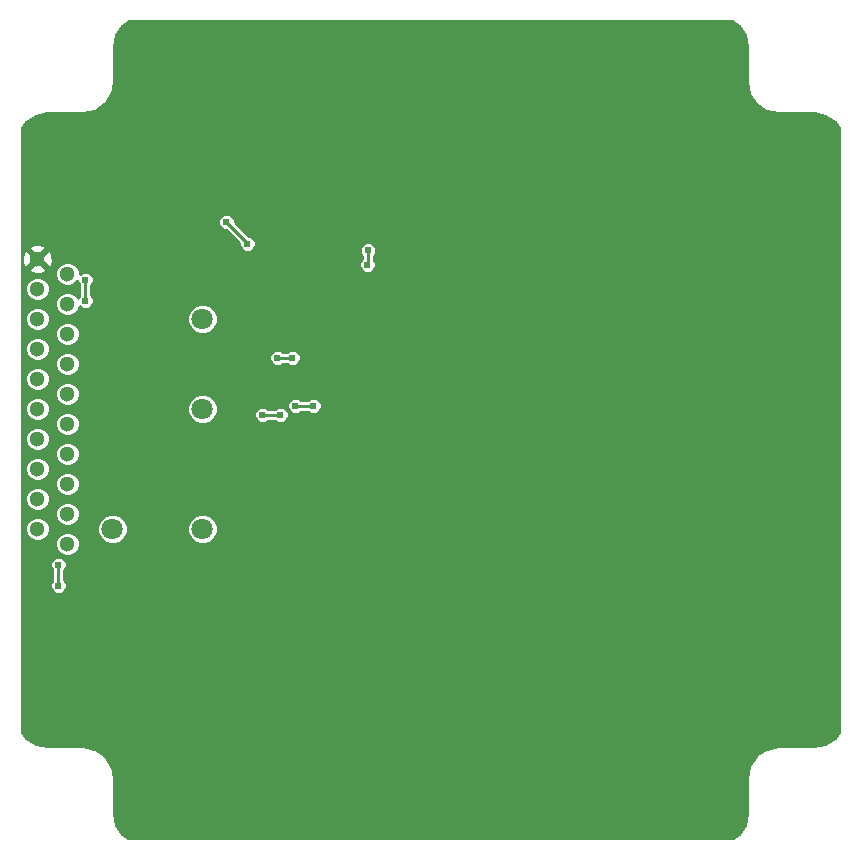
<source format=gbr>
G04 #@! TF.FileFunction,Copper,L2,Bot,Signal*
%FSLAX46Y46*%
G04 Gerber Fmt 4.6, Leading zero omitted, Abs format (unit mm)*
G04 Created by KiCad (PCBNEW 4.0.2+dfsg1-stable) date Mon 11 Dec 2017 09:17:39 PM EST*
%MOMM*%
G01*
G04 APERTURE LIST*
%ADD10C,0.100000*%
%ADD11C,1.800000*%
%ADD12C,1.300000*%
%ADD13C,0.609600*%
%ADD14C,0.762000*%
%ADD15C,0.254000*%
G04 APERTURE END LIST*
D10*
D11*
X47752000Y-75946000D03*
X47752000Y-65786000D03*
X47752000Y-58166000D03*
X40132000Y-75946000D03*
D12*
X33782000Y-58166000D03*
X33782000Y-55626000D03*
X33782000Y-53086000D03*
X33782000Y-60706000D03*
X36322000Y-54356000D03*
X36322000Y-56896000D03*
X36322000Y-59436000D03*
X36322000Y-61976000D03*
X33782000Y-63246000D03*
X36322000Y-64516000D03*
X33782000Y-65786000D03*
X36322000Y-67056000D03*
X33782000Y-68326000D03*
X36322000Y-69596000D03*
X33782000Y-70866000D03*
X36322000Y-72136000D03*
X33782000Y-73406000D03*
X36322000Y-74676000D03*
X33782000Y-75946000D03*
X36322000Y-77216000D03*
D13*
X66548000Y-67564000D03*
X58420000Y-55880000D03*
X58420000Y-55880000D03*
X63246000Y-50114210D03*
X55372000Y-47752000D03*
X50038000Y-42418000D03*
X38862000Y-41656000D03*
X55626000Y-74676000D03*
X51308000Y-55626000D03*
X51054000Y-69342000D03*
X51816000Y-66040000D03*
X42418000Y-55372000D03*
X52324000Y-61468000D03*
X38608000Y-50292000D03*
X56896000Y-60883790D03*
X58166000Y-72644000D03*
X61722000Y-53594000D03*
X61763495Y-52369790D03*
X55372000Y-61468000D03*
X54102000Y-61468000D03*
X37846000Y-56642000D03*
X37846000Y-54864000D03*
X51562000Y-51816000D03*
X49784000Y-49961790D03*
X35560000Y-80772000D03*
X35560000Y-78994000D03*
X57150000Y-65532000D03*
X55626000Y-65532000D03*
X54356000Y-66294000D03*
X52832000Y-66294000D03*
D14*
X50038000Y-42418000D02*
X50342799Y-42113201D01*
X50342799Y-42113201D02*
X50342799Y-40843201D01*
D15*
X61763495Y-52369790D02*
X61763495Y-53552505D01*
X61763495Y-53552505D02*
X61722000Y-53594000D01*
X54102000Y-61468000D02*
X55372000Y-61468000D01*
X37846000Y-54864000D02*
X37846000Y-56642000D01*
X49784000Y-49961790D02*
X51562000Y-51739790D01*
X51562000Y-51739790D02*
X51562000Y-51816000D01*
X35560000Y-78994000D02*
X35560000Y-80772000D01*
X55626000Y-65532000D02*
X57150000Y-65532000D01*
X52832000Y-66294000D02*
X54356000Y-66294000D01*
G36*
X93144489Y-33347511D02*
X93667022Y-34129537D01*
X93853000Y-35064509D01*
X93853000Y-38100000D01*
X93855440Y-38124776D01*
X94048786Y-39096792D01*
X94067749Y-39142573D01*
X94618352Y-39966608D01*
X94653392Y-40001648D01*
X95477427Y-40552251D01*
X95523208Y-40571214D01*
X96495224Y-40764560D01*
X96520000Y-40767000D01*
X99555491Y-40767000D01*
X100490463Y-40952978D01*
X101272489Y-41475511D01*
X101613000Y-41985122D01*
X101613000Y-93142878D01*
X101272489Y-93652489D01*
X100490463Y-94175022D01*
X99555491Y-94361000D01*
X96520000Y-94361000D01*
X96495224Y-94363440D01*
X95523208Y-94556786D01*
X95477427Y-94575749D01*
X94653392Y-95126352D01*
X94618352Y-95161392D01*
X94067749Y-95985427D01*
X94048786Y-96031208D01*
X93855440Y-97003224D01*
X93853000Y-97028000D01*
X93853000Y-100063491D01*
X93667022Y-100998463D01*
X93144489Y-101780489D01*
X92634878Y-102121000D01*
X41477122Y-102121000D01*
X40967511Y-101780489D01*
X40444978Y-100998463D01*
X40259000Y-100063491D01*
X40259000Y-97028000D01*
X40256560Y-97003224D01*
X40063214Y-96031208D01*
X40044251Y-95985427D01*
X39493648Y-95161392D01*
X39458608Y-95126352D01*
X38634573Y-94575749D01*
X38588792Y-94556786D01*
X37616776Y-94363440D01*
X37592000Y-94361000D01*
X34556509Y-94361000D01*
X33621537Y-94175022D01*
X32839511Y-93652489D01*
X32475000Y-93106960D01*
X32475000Y-79129816D01*
X34874081Y-79129816D01*
X34978268Y-79381967D01*
X35052000Y-79455828D01*
X35052000Y-80310092D01*
X34978946Y-80383018D01*
X34874319Y-80634987D01*
X34874081Y-80907816D01*
X34978268Y-81159967D01*
X35171018Y-81353054D01*
X35422987Y-81457681D01*
X35695816Y-81457919D01*
X35947967Y-81353732D01*
X36141054Y-81160982D01*
X36245681Y-80909013D01*
X36245919Y-80636184D01*
X36141732Y-80384033D01*
X36068000Y-80310172D01*
X36068000Y-79455908D01*
X36141054Y-79382982D01*
X36245681Y-79131013D01*
X36245919Y-78858184D01*
X36141732Y-78606033D01*
X35948982Y-78412946D01*
X35697013Y-78308319D01*
X35424184Y-78308081D01*
X35172033Y-78412268D01*
X34978946Y-78605018D01*
X34874319Y-78856987D01*
X34874081Y-79129816D01*
X32475000Y-79129816D01*
X32475000Y-77420179D01*
X35290822Y-77420179D01*
X35447451Y-77799251D01*
X35737223Y-78089529D01*
X36116022Y-78246820D01*
X36526179Y-78247178D01*
X36905251Y-78090549D01*
X37195529Y-77800777D01*
X37352820Y-77421978D01*
X37353178Y-77011821D01*
X37196549Y-76632749D01*
X36906777Y-76342471D01*
X36562920Y-76199689D01*
X38850778Y-76199689D01*
X39045388Y-76670680D01*
X39405425Y-77031345D01*
X39876076Y-77226777D01*
X40385689Y-77227222D01*
X40856680Y-77032612D01*
X41217345Y-76672575D01*
X41412777Y-76201924D01*
X41412778Y-76199689D01*
X46470778Y-76199689D01*
X46665388Y-76670680D01*
X47025425Y-77031345D01*
X47496076Y-77226777D01*
X48005689Y-77227222D01*
X48476680Y-77032612D01*
X48837345Y-76672575D01*
X49032777Y-76201924D01*
X49033222Y-75692311D01*
X48838612Y-75221320D01*
X48478575Y-74860655D01*
X48007924Y-74665223D01*
X47498311Y-74664778D01*
X47027320Y-74859388D01*
X46666655Y-75219425D01*
X46471223Y-75690076D01*
X46470778Y-76199689D01*
X41412778Y-76199689D01*
X41413222Y-75692311D01*
X41218612Y-75221320D01*
X40858575Y-74860655D01*
X40387924Y-74665223D01*
X39878311Y-74664778D01*
X39407320Y-74859388D01*
X39046655Y-75219425D01*
X38851223Y-75690076D01*
X38850778Y-76199689D01*
X36562920Y-76199689D01*
X36527978Y-76185180D01*
X36117821Y-76184822D01*
X35738749Y-76341451D01*
X35448471Y-76631223D01*
X35291180Y-77010022D01*
X35290822Y-77420179D01*
X32475000Y-77420179D01*
X32475000Y-76150179D01*
X32750822Y-76150179D01*
X32907451Y-76529251D01*
X33197223Y-76819529D01*
X33576022Y-76976820D01*
X33986179Y-76977178D01*
X34365251Y-76820549D01*
X34655529Y-76530777D01*
X34812820Y-76151978D01*
X34813178Y-75741821D01*
X34656549Y-75362749D01*
X34366777Y-75072471D01*
X33987978Y-74915180D01*
X33577821Y-74914822D01*
X33198749Y-75071451D01*
X32908471Y-75361223D01*
X32751180Y-75740022D01*
X32750822Y-76150179D01*
X32475000Y-76150179D01*
X32475000Y-74880179D01*
X35290822Y-74880179D01*
X35447451Y-75259251D01*
X35737223Y-75549529D01*
X36116022Y-75706820D01*
X36526179Y-75707178D01*
X36905251Y-75550549D01*
X37195529Y-75260777D01*
X37352820Y-74881978D01*
X37353178Y-74471821D01*
X37196549Y-74092749D01*
X36906777Y-73802471D01*
X36527978Y-73645180D01*
X36117821Y-73644822D01*
X35738749Y-73801451D01*
X35448471Y-74091223D01*
X35291180Y-74470022D01*
X35290822Y-74880179D01*
X32475000Y-74880179D01*
X32475000Y-73610179D01*
X32750822Y-73610179D01*
X32907451Y-73989251D01*
X33197223Y-74279529D01*
X33576022Y-74436820D01*
X33986179Y-74437178D01*
X34365251Y-74280549D01*
X34655529Y-73990777D01*
X34812820Y-73611978D01*
X34813178Y-73201821D01*
X34656549Y-72822749D01*
X34366777Y-72532471D01*
X33987978Y-72375180D01*
X33577821Y-72374822D01*
X33198749Y-72531451D01*
X32908471Y-72821223D01*
X32751180Y-73200022D01*
X32750822Y-73610179D01*
X32475000Y-73610179D01*
X32475000Y-72340179D01*
X35290822Y-72340179D01*
X35447451Y-72719251D01*
X35737223Y-73009529D01*
X36116022Y-73166820D01*
X36526179Y-73167178D01*
X36905251Y-73010549D01*
X37195529Y-72720777D01*
X37352820Y-72341978D01*
X37353178Y-71931821D01*
X37196549Y-71552749D01*
X36906777Y-71262471D01*
X36527978Y-71105180D01*
X36117821Y-71104822D01*
X35738749Y-71261451D01*
X35448471Y-71551223D01*
X35291180Y-71930022D01*
X35290822Y-72340179D01*
X32475000Y-72340179D01*
X32475000Y-71070179D01*
X32750822Y-71070179D01*
X32907451Y-71449251D01*
X33197223Y-71739529D01*
X33576022Y-71896820D01*
X33986179Y-71897178D01*
X34365251Y-71740549D01*
X34655529Y-71450777D01*
X34812820Y-71071978D01*
X34813178Y-70661821D01*
X34656549Y-70282749D01*
X34366777Y-69992471D01*
X33987978Y-69835180D01*
X33577821Y-69834822D01*
X33198749Y-69991451D01*
X32908471Y-70281223D01*
X32751180Y-70660022D01*
X32750822Y-71070179D01*
X32475000Y-71070179D01*
X32475000Y-69800179D01*
X35290822Y-69800179D01*
X35447451Y-70179251D01*
X35737223Y-70469529D01*
X36116022Y-70626820D01*
X36526179Y-70627178D01*
X36905251Y-70470549D01*
X37195529Y-70180777D01*
X37352820Y-69801978D01*
X37353178Y-69391821D01*
X37196549Y-69012749D01*
X36906777Y-68722471D01*
X36527978Y-68565180D01*
X36117821Y-68564822D01*
X35738749Y-68721451D01*
X35448471Y-69011223D01*
X35291180Y-69390022D01*
X35290822Y-69800179D01*
X32475000Y-69800179D01*
X32475000Y-68530179D01*
X32750822Y-68530179D01*
X32907451Y-68909251D01*
X33197223Y-69199529D01*
X33576022Y-69356820D01*
X33986179Y-69357178D01*
X34365251Y-69200549D01*
X34655529Y-68910777D01*
X34812820Y-68531978D01*
X34813178Y-68121821D01*
X34656549Y-67742749D01*
X34366777Y-67452471D01*
X33987978Y-67295180D01*
X33577821Y-67294822D01*
X33198749Y-67451451D01*
X32908471Y-67741223D01*
X32751180Y-68120022D01*
X32750822Y-68530179D01*
X32475000Y-68530179D01*
X32475000Y-67260179D01*
X35290822Y-67260179D01*
X35447451Y-67639251D01*
X35737223Y-67929529D01*
X36116022Y-68086820D01*
X36526179Y-68087178D01*
X36905251Y-67930549D01*
X37195529Y-67640777D01*
X37352820Y-67261978D01*
X37353178Y-66851821D01*
X37196549Y-66472749D01*
X36906777Y-66182471D01*
X36562920Y-66039689D01*
X46470778Y-66039689D01*
X46665388Y-66510680D01*
X47025425Y-66871345D01*
X47496076Y-67066777D01*
X48005689Y-67067222D01*
X48476680Y-66872612D01*
X48837345Y-66512575D01*
X48871709Y-66429816D01*
X52146081Y-66429816D01*
X52250268Y-66681967D01*
X52443018Y-66875054D01*
X52694987Y-66979681D01*
X52967816Y-66979919D01*
X53219967Y-66875732D01*
X53293828Y-66802000D01*
X53894092Y-66802000D01*
X53967018Y-66875054D01*
X54218987Y-66979681D01*
X54491816Y-66979919D01*
X54743967Y-66875732D01*
X54937054Y-66682982D01*
X55041681Y-66431013D01*
X55041919Y-66158184D01*
X54937732Y-65906033D01*
X54744982Y-65712946D01*
X54636298Y-65667816D01*
X54940081Y-65667816D01*
X55044268Y-65919967D01*
X55237018Y-66113054D01*
X55488987Y-66217681D01*
X55761816Y-66217919D01*
X56013967Y-66113732D01*
X56087828Y-66040000D01*
X56688092Y-66040000D01*
X56761018Y-66113054D01*
X57012987Y-66217681D01*
X57285816Y-66217919D01*
X57537967Y-66113732D01*
X57731054Y-65920982D01*
X57835681Y-65669013D01*
X57835919Y-65396184D01*
X57731732Y-65144033D01*
X57538982Y-64950946D01*
X57287013Y-64846319D01*
X57014184Y-64846081D01*
X56762033Y-64950268D01*
X56688172Y-65024000D01*
X56087908Y-65024000D01*
X56014982Y-64950946D01*
X55763013Y-64846319D01*
X55490184Y-64846081D01*
X55238033Y-64950268D01*
X55044946Y-65143018D01*
X54940319Y-65394987D01*
X54940081Y-65667816D01*
X54636298Y-65667816D01*
X54493013Y-65608319D01*
X54220184Y-65608081D01*
X53968033Y-65712268D01*
X53894172Y-65786000D01*
X53293908Y-65786000D01*
X53220982Y-65712946D01*
X52969013Y-65608319D01*
X52696184Y-65608081D01*
X52444033Y-65712268D01*
X52250946Y-65905018D01*
X52146319Y-66156987D01*
X52146081Y-66429816D01*
X48871709Y-66429816D01*
X49032777Y-66041924D01*
X49033222Y-65532311D01*
X48838612Y-65061320D01*
X48478575Y-64700655D01*
X48007924Y-64505223D01*
X47498311Y-64504778D01*
X47027320Y-64699388D01*
X46666655Y-65059425D01*
X46471223Y-65530076D01*
X46470778Y-66039689D01*
X36562920Y-66039689D01*
X36527978Y-66025180D01*
X36117821Y-66024822D01*
X35738749Y-66181451D01*
X35448471Y-66471223D01*
X35291180Y-66850022D01*
X35290822Y-67260179D01*
X32475000Y-67260179D01*
X32475000Y-65990179D01*
X32750822Y-65990179D01*
X32907451Y-66369251D01*
X33197223Y-66659529D01*
X33576022Y-66816820D01*
X33986179Y-66817178D01*
X34365251Y-66660549D01*
X34655529Y-66370777D01*
X34812820Y-65991978D01*
X34813178Y-65581821D01*
X34656549Y-65202749D01*
X34366777Y-64912471D01*
X33987978Y-64755180D01*
X33577821Y-64754822D01*
X33198749Y-64911451D01*
X32908471Y-65201223D01*
X32751180Y-65580022D01*
X32750822Y-65990179D01*
X32475000Y-65990179D01*
X32475000Y-64720179D01*
X35290822Y-64720179D01*
X35447451Y-65099251D01*
X35737223Y-65389529D01*
X36116022Y-65546820D01*
X36526179Y-65547178D01*
X36905251Y-65390549D01*
X37195529Y-65100777D01*
X37352820Y-64721978D01*
X37353178Y-64311821D01*
X37196549Y-63932749D01*
X36906777Y-63642471D01*
X36527978Y-63485180D01*
X36117821Y-63484822D01*
X35738749Y-63641451D01*
X35448471Y-63931223D01*
X35291180Y-64310022D01*
X35290822Y-64720179D01*
X32475000Y-64720179D01*
X32475000Y-63450179D01*
X32750822Y-63450179D01*
X32907451Y-63829251D01*
X33197223Y-64119529D01*
X33576022Y-64276820D01*
X33986179Y-64277178D01*
X34365251Y-64120549D01*
X34655529Y-63830777D01*
X34812820Y-63451978D01*
X34813178Y-63041821D01*
X34656549Y-62662749D01*
X34366777Y-62372471D01*
X33987978Y-62215180D01*
X33577821Y-62214822D01*
X33198749Y-62371451D01*
X32908471Y-62661223D01*
X32751180Y-63040022D01*
X32750822Y-63450179D01*
X32475000Y-63450179D01*
X32475000Y-62180179D01*
X35290822Y-62180179D01*
X35447451Y-62559251D01*
X35737223Y-62849529D01*
X36116022Y-63006820D01*
X36526179Y-63007178D01*
X36905251Y-62850549D01*
X37195529Y-62560777D01*
X37352820Y-62181978D01*
X37353178Y-61771821D01*
X37283760Y-61603816D01*
X53416081Y-61603816D01*
X53520268Y-61855967D01*
X53713018Y-62049054D01*
X53964987Y-62153681D01*
X54237816Y-62153919D01*
X54489967Y-62049732D01*
X54563828Y-61976000D01*
X54910092Y-61976000D01*
X54983018Y-62049054D01*
X55234987Y-62153681D01*
X55507816Y-62153919D01*
X55759967Y-62049732D01*
X55953054Y-61856982D01*
X56057681Y-61605013D01*
X56057919Y-61332184D01*
X55953732Y-61080033D01*
X55760982Y-60886946D01*
X55509013Y-60782319D01*
X55236184Y-60782081D01*
X54984033Y-60886268D01*
X54910172Y-60960000D01*
X54563908Y-60960000D01*
X54490982Y-60886946D01*
X54239013Y-60782319D01*
X53966184Y-60782081D01*
X53714033Y-60886268D01*
X53520946Y-61079018D01*
X53416319Y-61330987D01*
X53416081Y-61603816D01*
X37283760Y-61603816D01*
X37196549Y-61392749D01*
X36906777Y-61102471D01*
X36527978Y-60945180D01*
X36117821Y-60944822D01*
X35738749Y-61101451D01*
X35448471Y-61391223D01*
X35291180Y-61770022D01*
X35290822Y-62180179D01*
X32475000Y-62180179D01*
X32475000Y-60910179D01*
X32750822Y-60910179D01*
X32907451Y-61289251D01*
X33197223Y-61579529D01*
X33576022Y-61736820D01*
X33986179Y-61737178D01*
X34365251Y-61580549D01*
X34655529Y-61290777D01*
X34812820Y-60911978D01*
X34813178Y-60501821D01*
X34656549Y-60122749D01*
X34366777Y-59832471D01*
X33987978Y-59675180D01*
X33577821Y-59674822D01*
X33198749Y-59831451D01*
X32908471Y-60121223D01*
X32751180Y-60500022D01*
X32750822Y-60910179D01*
X32475000Y-60910179D01*
X32475000Y-59640179D01*
X35290822Y-59640179D01*
X35447451Y-60019251D01*
X35737223Y-60309529D01*
X36116022Y-60466820D01*
X36526179Y-60467178D01*
X36905251Y-60310549D01*
X37195529Y-60020777D01*
X37352820Y-59641978D01*
X37353178Y-59231821D01*
X37196549Y-58852749D01*
X36906777Y-58562471D01*
X36562920Y-58419689D01*
X46470778Y-58419689D01*
X46665388Y-58890680D01*
X47025425Y-59251345D01*
X47496076Y-59446777D01*
X48005689Y-59447222D01*
X48476680Y-59252612D01*
X48837345Y-58892575D01*
X49032777Y-58421924D01*
X49033222Y-57912311D01*
X48838612Y-57441320D01*
X48478575Y-57080655D01*
X48007924Y-56885223D01*
X47498311Y-56884778D01*
X47027320Y-57079388D01*
X46666655Y-57439425D01*
X46471223Y-57910076D01*
X46470778Y-58419689D01*
X36562920Y-58419689D01*
X36527978Y-58405180D01*
X36117821Y-58404822D01*
X35738749Y-58561451D01*
X35448471Y-58851223D01*
X35291180Y-59230022D01*
X35290822Y-59640179D01*
X32475000Y-59640179D01*
X32475000Y-58370179D01*
X32750822Y-58370179D01*
X32907451Y-58749251D01*
X33197223Y-59039529D01*
X33576022Y-59196820D01*
X33986179Y-59197178D01*
X34365251Y-59040549D01*
X34655529Y-58750777D01*
X34812820Y-58371978D01*
X34813178Y-57961821D01*
X34656549Y-57582749D01*
X34366777Y-57292471D01*
X33987978Y-57135180D01*
X33577821Y-57134822D01*
X33198749Y-57291451D01*
X32908471Y-57581223D01*
X32751180Y-57960022D01*
X32750822Y-58370179D01*
X32475000Y-58370179D01*
X32475000Y-55830179D01*
X32750822Y-55830179D01*
X32907451Y-56209251D01*
X33197223Y-56499529D01*
X33576022Y-56656820D01*
X33986179Y-56657178D01*
X34365251Y-56500549D01*
X34655529Y-56210777D01*
X34812820Y-55831978D01*
X34813178Y-55421821D01*
X34656549Y-55042749D01*
X34366777Y-54752471D01*
X33987978Y-54595180D01*
X33577821Y-54594822D01*
X33198749Y-54751451D01*
X32908471Y-55041223D01*
X32751180Y-55420022D01*
X32750822Y-55830179D01*
X32475000Y-55830179D01*
X32475000Y-54560179D01*
X35290822Y-54560179D01*
X35447451Y-54939251D01*
X35737223Y-55229529D01*
X36116022Y-55386820D01*
X36526179Y-55387178D01*
X36905251Y-55230549D01*
X37160102Y-54976143D01*
X37160081Y-54999816D01*
X37264268Y-55251967D01*
X37338000Y-55325828D01*
X37338000Y-56180092D01*
X37264946Y-56253018D01*
X37218292Y-56365372D01*
X37196549Y-56312749D01*
X36906777Y-56022471D01*
X36527978Y-55865180D01*
X36117821Y-55864822D01*
X35738749Y-56021451D01*
X35448471Y-56311223D01*
X35291180Y-56690022D01*
X35290822Y-57100179D01*
X35447451Y-57479251D01*
X35737223Y-57769529D01*
X36116022Y-57926820D01*
X36526179Y-57927178D01*
X36905251Y-57770549D01*
X37195529Y-57480777D01*
X37347924Y-57113769D01*
X37457018Y-57223054D01*
X37708987Y-57327681D01*
X37981816Y-57327919D01*
X38233967Y-57223732D01*
X38427054Y-57030982D01*
X38531681Y-56779013D01*
X38531919Y-56506184D01*
X38427732Y-56254033D01*
X38354000Y-56180172D01*
X38354000Y-55325908D01*
X38427054Y-55252982D01*
X38531681Y-55001013D01*
X38531919Y-54728184D01*
X38427732Y-54476033D01*
X38234982Y-54282946D01*
X37983013Y-54178319D01*
X37710184Y-54178081D01*
X37458033Y-54282268D01*
X37352973Y-54387145D01*
X37353178Y-54151821D01*
X37196549Y-53772749D01*
X37153691Y-53729816D01*
X61036081Y-53729816D01*
X61140268Y-53981967D01*
X61333018Y-54175054D01*
X61584987Y-54279681D01*
X61857816Y-54279919D01*
X62109967Y-54175732D01*
X62303054Y-53982982D01*
X62407681Y-53731013D01*
X62407919Y-53458184D01*
X62303732Y-53206033D01*
X62271495Y-53173740D01*
X62271495Y-52831698D01*
X62344549Y-52758772D01*
X62449176Y-52506803D01*
X62449414Y-52233974D01*
X62345227Y-51981823D01*
X62152477Y-51788736D01*
X61900508Y-51684109D01*
X61627679Y-51683871D01*
X61375528Y-51788058D01*
X61182441Y-51980808D01*
X61077814Y-52232777D01*
X61077576Y-52505606D01*
X61181763Y-52757757D01*
X61255495Y-52831618D01*
X61255495Y-53090669D01*
X61140946Y-53205018D01*
X61036319Y-53456987D01*
X61036081Y-53729816D01*
X37153691Y-53729816D01*
X36906777Y-53482471D01*
X36527978Y-53325180D01*
X36117821Y-53324822D01*
X35738749Y-53481451D01*
X35448471Y-53771223D01*
X35291180Y-54150022D01*
X35290822Y-54560179D01*
X32475000Y-54560179D01*
X32475000Y-53985016D01*
X33062590Y-53985016D01*
X33118271Y-54215611D01*
X33601078Y-54383622D01*
X34111428Y-54354083D01*
X34445729Y-54215611D01*
X34501410Y-53985016D01*
X33782000Y-53265605D01*
X33062590Y-53985016D01*
X32475000Y-53985016D01*
X32475000Y-52905078D01*
X32484378Y-52905078D01*
X32513917Y-53415428D01*
X32652389Y-53749729D01*
X32882984Y-53805410D01*
X33602395Y-53086000D01*
X33961605Y-53086000D01*
X34681016Y-53805410D01*
X34911611Y-53749729D01*
X35079622Y-53266922D01*
X35050083Y-52756572D01*
X34911611Y-52422271D01*
X34681016Y-52366590D01*
X33961605Y-53086000D01*
X33602395Y-53086000D01*
X32882984Y-52366590D01*
X32652389Y-52422271D01*
X32484378Y-52905078D01*
X32475000Y-52905078D01*
X32475000Y-52186984D01*
X33062590Y-52186984D01*
X33782000Y-52906395D01*
X34501410Y-52186984D01*
X34445729Y-51956389D01*
X33962922Y-51788378D01*
X33452572Y-51817917D01*
X33118271Y-51956389D01*
X33062590Y-52186984D01*
X32475000Y-52186984D01*
X32475000Y-50097606D01*
X49098081Y-50097606D01*
X49202268Y-50349757D01*
X49395018Y-50542844D01*
X49646987Y-50647471D01*
X49751352Y-50647562D01*
X50876237Y-51772447D01*
X50876081Y-51951816D01*
X50980268Y-52203967D01*
X51173018Y-52397054D01*
X51424987Y-52501681D01*
X51697816Y-52501919D01*
X51949967Y-52397732D01*
X52143054Y-52204982D01*
X52247681Y-51953013D01*
X52247919Y-51680184D01*
X52143732Y-51428033D01*
X51950982Y-51234946D01*
X51699013Y-51130319D01*
X51670924Y-51130294D01*
X50469829Y-49929199D01*
X50469919Y-49825974D01*
X50365732Y-49573823D01*
X50172982Y-49380736D01*
X49921013Y-49276109D01*
X49648184Y-49275871D01*
X49396033Y-49380058D01*
X49202946Y-49572808D01*
X49098319Y-49824777D01*
X49098081Y-50097606D01*
X32475000Y-50097606D01*
X32475000Y-42021040D01*
X32839511Y-41475511D01*
X33621537Y-40952978D01*
X34556509Y-40767000D01*
X37592000Y-40767000D01*
X37616776Y-40764560D01*
X38588792Y-40571214D01*
X38634573Y-40552251D01*
X39458608Y-40001648D01*
X39493648Y-39966608D01*
X40044251Y-39142573D01*
X40063214Y-39096792D01*
X40256560Y-38124776D01*
X40259000Y-38100000D01*
X40259000Y-35064509D01*
X40444978Y-34129537D01*
X40967511Y-33347511D01*
X41513040Y-32983000D01*
X92598960Y-32983000D01*
X93144489Y-33347511D01*
X93144489Y-33347511D01*
G37*
X93144489Y-33347511D02*
X93667022Y-34129537D01*
X93853000Y-35064509D01*
X93853000Y-38100000D01*
X93855440Y-38124776D01*
X94048786Y-39096792D01*
X94067749Y-39142573D01*
X94618352Y-39966608D01*
X94653392Y-40001648D01*
X95477427Y-40552251D01*
X95523208Y-40571214D01*
X96495224Y-40764560D01*
X96520000Y-40767000D01*
X99555491Y-40767000D01*
X100490463Y-40952978D01*
X101272489Y-41475511D01*
X101613000Y-41985122D01*
X101613000Y-93142878D01*
X101272489Y-93652489D01*
X100490463Y-94175022D01*
X99555491Y-94361000D01*
X96520000Y-94361000D01*
X96495224Y-94363440D01*
X95523208Y-94556786D01*
X95477427Y-94575749D01*
X94653392Y-95126352D01*
X94618352Y-95161392D01*
X94067749Y-95985427D01*
X94048786Y-96031208D01*
X93855440Y-97003224D01*
X93853000Y-97028000D01*
X93853000Y-100063491D01*
X93667022Y-100998463D01*
X93144489Y-101780489D01*
X92634878Y-102121000D01*
X41477122Y-102121000D01*
X40967511Y-101780489D01*
X40444978Y-100998463D01*
X40259000Y-100063491D01*
X40259000Y-97028000D01*
X40256560Y-97003224D01*
X40063214Y-96031208D01*
X40044251Y-95985427D01*
X39493648Y-95161392D01*
X39458608Y-95126352D01*
X38634573Y-94575749D01*
X38588792Y-94556786D01*
X37616776Y-94363440D01*
X37592000Y-94361000D01*
X34556509Y-94361000D01*
X33621537Y-94175022D01*
X32839511Y-93652489D01*
X32475000Y-93106960D01*
X32475000Y-79129816D01*
X34874081Y-79129816D01*
X34978268Y-79381967D01*
X35052000Y-79455828D01*
X35052000Y-80310092D01*
X34978946Y-80383018D01*
X34874319Y-80634987D01*
X34874081Y-80907816D01*
X34978268Y-81159967D01*
X35171018Y-81353054D01*
X35422987Y-81457681D01*
X35695816Y-81457919D01*
X35947967Y-81353732D01*
X36141054Y-81160982D01*
X36245681Y-80909013D01*
X36245919Y-80636184D01*
X36141732Y-80384033D01*
X36068000Y-80310172D01*
X36068000Y-79455908D01*
X36141054Y-79382982D01*
X36245681Y-79131013D01*
X36245919Y-78858184D01*
X36141732Y-78606033D01*
X35948982Y-78412946D01*
X35697013Y-78308319D01*
X35424184Y-78308081D01*
X35172033Y-78412268D01*
X34978946Y-78605018D01*
X34874319Y-78856987D01*
X34874081Y-79129816D01*
X32475000Y-79129816D01*
X32475000Y-77420179D01*
X35290822Y-77420179D01*
X35447451Y-77799251D01*
X35737223Y-78089529D01*
X36116022Y-78246820D01*
X36526179Y-78247178D01*
X36905251Y-78090549D01*
X37195529Y-77800777D01*
X37352820Y-77421978D01*
X37353178Y-77011821D01*
X37196549Y-76632749D01*
X36906777Y-76342471D01*
X36562920Y-76199689D01*
X38850778Y-76199689D01*
X39045388Y-76670680D01*
X39405425Y-77031345D01*
X39876076Y-77226777D01*
X40385689Y-77227222D01*
X40856680Y-77032612D01*
X41217345Y-76672575D01*
X41412777Y-76201924D01*
X41412778Y-76199689D01*
X46470778Y-76199689D01*
X46665388Y-76670680D01*
X47025425Y-77031345D01*
X47496076Y-77226777D01*
X48005689Y-77227222D01*
X48476680Y-77032612D01*
X48837345Y-76672575D01*
X49032777Y-76201924D01*
X49033222Y-75692311D01*
X48838612Y-75221320D01*
X48478575Y-74860655D01*
X48007924Y-74665223D01*
X47498311Y-74664778D01*
X47027320Y-74859388D01*
X46666655Y-75219425D01*
X46471223Y-75690076D01*
X46470778Y-76199689D01*
X41412778Y-76199689D01*
X41413222Y-75692311D01*
X41218612Y-75221320D01*
X40858575Y-74860655D01*
X40387924Y-74665223D01*
X39878311Y-74664778D01*
X39407320Y-74859388D01*
X39046655Y-75219425D01*
X38851223Y-75690076D01*
X38850778Y-76199689D01*
X36562920Y-76199689D01*
X36527978Y-76185180D01*
X36117821Y-76184822D01*
X35738749Y-76341451D01*
X35448471Y-76631223D01*
X35291180Y-77010022D01*
X35290822Y-77420179D01*
X32475000Y-77420179D01*
X32475000Y-76150179D01*
X32750822Y-76150179D01*
X32907451Y-76529251D01*
X33197223Y-76819529D01*
X33576022Y-76976820D01*
X33986179Y-76977178D01*
X34365251Y-76820549D01*
X34655529Y-76530777D01*
X34812820Y-76151978D01*
X34813178Y-75741821D01*
X34656549Y-75362749D01*
X34366777Y-75072471D01*
X33987978Y-74915180D01*
X33577821Y-74914822D01*
X33198749Y-75071451D01*
X32908471Y-75361223D01*
X32751180Y-75740022D01*
X32750822Y-76150179D01*
X32475000Y-76150179D01*
X32475000Y-74880179D01*
X35290822Y-74880179D01*
X35447451Y-75259251D01*
X35737223Y-75549529D01*
X36116022Y-75706820D01*
X36526179Y-75707178D01*
X36905251Y-75550549D01*
X37195529Y-75260777D01*
X37352820Y-74881978D01*
X37353178Y-74471821D01*
X37196549Y-74092749D01*
X36906777Y-73802471D01*
X36527978Y-73645180D01*
X36117821Y-73644822D01*
X35738749Y-73801451D01*
X35448471Y-74091223D01*
X35291180Y-74470022D01*
X35290822Y-74880179D01*
X32475000Y-74880179D01*
X32475000Y-73610179D01*
X32750822Y-73610179D01*
X32907451Y-73989251D01*
X33197223Y-74279529D01*
X33576022Y-74436820D01*
X33986179Y-74437178D01*
X34365251Y-74280549D01*
X34655529Y-73990777D01*
X34812820Y-73611978D01*
X34813178Y-73201821D01*
X34656549Y-72822749D01*
X34366777Y-72532471D01*
X33987978Y-72375180D01*
X33577821Y-72374822D01*
X33198749Y-72531451D01*
X32908471Y-72821223D01*
X32751180Y-73200022D01*
X32750822Y-73610179D01*
X32475000Y-73610179D01*
X32475000Y-72340179D01*
X35290822Y-72340179D01*
X35447451Y-72719251D01*
X35737223Y-73009529D01*
X36116022Y-73166820D01*
X36526179Y-73167178D01*
X36905251Y-73010549D01*
X37195529Y-72720777D01*
X37352820Y-72341978D01*
X37353178Y-71931821D01*
X37196549Y-71552749D01*
X36906777Y-71262471D01*
X36527978Y-71105180D01*
X36117821Y-71104822D01*
X35738749Y-71261451D01*
X35448471Y-71551223D01*
X35291180Y-71930022D01*
X35290822Y-72340179D01*
X32475000Y-72340179D01*
X32475000Y-71070179D01*
X32750822Y-71070179D01*
X32907451Y-71449251D01*
X33197223Y-71739529D01*
X33576022Y-71896820D01*
X33986179Y-71897178D01*
X34365251Y-71740549D01*
X34655529Y-71450777D01*
X34812820Y-71071978D01*
X34813178Y-70661821D01*
X34656549Y-70282749D01*
X34366777Y-69992471D01*
X33987978Y-69835180D01*
X33577821Y-69834822D01*
X33198749Y-69991451D01*
X32908471Y-70281223D01*
X32751180Y-70660022D01*
X32750822Y-71070179D01*
X32475000Y-71070179D01*
X32475000Y-69800179D01*
X35290822Y-69800179D01*
X35447451Y-70179251D01*
X35737223Y-70469529D01*
X36116022Y-70626820D01*
X36526179Y-70627178D01*
X36905251Y-70470549D01*
X37195529Y-70180777D01*
X37352820Y-69801978D01*
X37353178Y-69391821D01*
X37196549Y-69012749D01*
X36906777Y-68722471D01*
X36527978Y-68565180D01*
X36117821Y-68564822D01*
X35738749Y-68721451D01*
X35448471Y-69011223D01*
X35291180Y-69390022D01*
X35290822Y-69800179D01*
X32475000Y-69800179D01*
X32475000Y-68530179D01*
X32750822Y-68530179D01*
X32907451Y-68909251D01*
X33197223Y-69199529D01*
X33576022Y-69356820D01*
X33986179Y-69357178D01*
X34365251Y-69200549D01*
X34655529Y-68910777D01*
X34812820Y-68531978D01*
X34813178Y-68121821D01*
X34656549Y-67742749D01*
X34366777Y-67452471D01*
X33987978Y-67295180D01*
X33577821Y-67294822D01*
X33198749Y-67451451D01*
X32908471Y-67741223D01*
X32751180Y-68120022D01*
X32750822Y-68530179D01*
X32475000Y-68530179D01*
X32475000Y-67260179D01*
X35290822Y-67260179D01*
X35447451Y-67639251D01*
X35737223Y-67929529D01*
X36116022Y-68086820D01*
X36526179Y-68087178D01*
X36905251Y-67930549D01*
X37195529Y-67640777D01*
X37352820Y-67261978D01*
X37353178Y-66851821D01*
X37196549Y-66472749D01*
X36906777Y-66182471D01*
X36562920Y-66039689D01*
X46470778Y-66039689D01*
X46665388Y-66510680D01*
X47025425Y-66871345D01*
X47496076Y-67066777D01*
X48005689Y-67067222D01*
X48476680Y-66872612D01*
X48837345Y-66512575D01*
X48871709Y-66429816D01*
X52146081Y-66429816D01*
X52250268Y-66681967D01*
X52443018Y-66875054D01*
X52694987Y-66979681D01*
X52967816Y-66979919D01*
X53219967Y-66875732D01*
X53293828Y-66802000D01*
X53894092Y-66802000D01*
X53967018Y-66875054D01*
X54218987Y-66979681D01*
X54491816Y-66979919D01*
X54743967Y-66875732D01*
X54937054Y-66682982D01*
X55041681Y-66431013D01*
X55041919Y-66158184D01*
X54937732Y-65906033D01*
X54744982Y-65712946D01*
X54636298Y-65667816D01*
X54940081Y-65667816D01*
X55044268Y-65919967D01*
X55237018Y-66113054D01*
X55488987Y-66217681D01*
X55761816Y-66217919D01*
X56013967Y-66113732D01*
X56087828Y-66040000D01*
X56688092Y-66040000D01*
X56761018Y-66113054D01*
X57012987Y-66217681D01*
X57285816Y-66217919D01*
X57537967Y-66113732D01*
X57731054Y-65920982D01*
X57835681Y-65669013D01*
X57835919Y-65396184D01*
X57731732Y-65144033D01*
X57538982Y-64950946D01*
X57287013Y-64846319D01*
X57014184Y-64846081D01*
X56762033Y-64950268D01*
X56688172Y-65024000D01*
X56087908Y-65024000D01*
X56014982Y-64950946D01*
X55763013Y-64846319D01*
X55490184Y-64846081D01*
X55238033Y-64950268D01*
X55044946Y-65143018D01*
X54940319Y-65394987D01*
X54940081Y-65667816D01*
X54636298Y-65667816D01*
X54493013Y-65608319D01*
X54220184Y-65608081D01*
X53968033Y-65712268D01*
X53894172Y-65786000D01*
X53293908Y-65786000D01*
X53220982Y-65712946D01*
X52969013Y-65608319D01*
X52696184Y-65608081D01*
X52444033Y-65712268D01*
X52250946Y-65905018D01*
X52146319Y-66156987D01*
X52146081Y-66429816D01*
X48871709Y-66429816D01*
X49032777Y-66041924D01*
X49033222Y-65532311D01*
X48838612Y-65061320D01*
X48478575Y-64700655D01*
X48007924Y-64505223D01*
X47498311Y-64504778D01*
X47027320Y-64699388D01*
X46666655Y-65059425D01*
X46471223Y-65530076D01*
X46470778Y-66039689D01*
X36562920Y-66039689D01*
X36527978Y-66025180D01*
X36117821Y-66024822D01*
X35738749Y-66181451D01*
X35448471Y-66471223D01*
X35291180Y-66850022D01*
X35290822Y-67260179D01*
X32475000Y-67260179D01*
X32475000Y-65990179D01*
X32750822Y-65990179D01*
X32907451Y-66369251D01*
X33197223Y-66659529D01*
X33576022Y-66816820D01*
X33986179Y-66817178D01*
X34365251Y-66660549D01*
X34655529Y-66370777D01*
X34812820Y-65991978D01*
X34813178Y-65581821D01*
X34656549Y-65202749D01*
X34366777Y-64912471D01*
X33987978Y-64755180D01*
X33577821Y-64754822D01*
X33198749Y-64911451D01*
X32908471Y-65201223D01*
X32751180Y-65580022D01*
X32750822Y-65990179D01*
X32475000Y-65990179D01*
X32475000Y-64720179D01*
X35290822Y-64720179D01*
X35447451Y-65099251D01*
X35737223Y-65389529D01*
X36116022Y-65546820D01*
X36526179Y-65547178D01*
X36905251Y-65390549D01*
X37195529Y-65100777D01*
X37352820Y-64721978D01*
X37353178Y-64311821D01*
X37196549Y-63932749D01*
X36906777Y-63642471D01*
X36527978Y-63485180D01*
X36117821Y-63484822D01*
X35738749Y-63641451D01*
X35448471Y-63931223D01*
X35291180Y-64310022D01*
X35290822Y-64720179D01*
X32475000Y-64720179D01*
X32475000Y-63450179D01*
X32750822Y-63450179D01*
X32907451Y-63829251D01*
X33197223Y-64119529D01*
X33576022Y-64276820D01*
X33986179Y-64277178D01*
X34365251Y-64120549D01*
X34655529Y-63830777D01*
X34812820Y-63451978D01*
X34813178Y-63041821D01*
X34656549Y-62662749D01*
X34366777Y-62372471D01*
X33987978Y-62215180D01*
X33577821Y-62214822D01*
X33198749Y-62371451D01*
X32908471Y-62661223D01*
X32751180Y-63040022D01*
X32750822Y-63450179D01*
X32475000Y-63450179D01*
X32475000Y-62180179D01*
X35290822Y-62180179D01*
X35447451Y-62559251D01*
X35737223Y-62849529D01*
X36116022Y-63006820D01*
X36526179Y-63007178D01*
X36905251Y-62850549D01*
X37195529Y-62560777D01*
X37352820Y-62181978D01*
X37353178Y-61771821D01*
X37283760Y-61603816D01*
X53416081Y-61603816D01*
X53520268Y-61855967D01*
X53713018Y-62049054D01*
X53964987Y-62153681D01*
X54237816Y-62153919D01*
X54489967Y-62049732D01*
X54563828Y-61976000D01*
X54910092Y-61976000D01*
X54983018Y-62049054D01*
X55234987Y-62153681D01*
X55507816Y-62153919D01*
X55759967Y-62049732D01*
X55953054Y-61856982D01*
X56057681Y-61605013D01*
X56057919Y-61332184D01*
X55953732Y-61080033D01*
X55760982Y-60886946D01*
X55509013Y-60782319D01*
X55236184Y-60782081D01*
X54984033Y-60886268D01*
X54910172Y-60960000D01*
X54563908Y-60960000D01*
X54490982Y-60886946D01*
X54239013Y-60782319D01*
X53966184Y-60782081D01*
X53714033Y-60886268D01*
X53520946Y-61079018D01*
X53416319Y-61330987D01*
X53416081Y-61603816D01*
X37283760Y-61603816D01*
X37196549Y-61392749D01*
X36906777Y-61102471D01*
X36527978Y-60945180D01*
X36117821Y-60944822D01*
X35738749Y-61101451D01*
X35448471Y-61391223D01*
X35291180Y-61770022D01*
X35290822Y-62180179D01*
X32475000Y-62180179D01*
X32475000Y-60910179D01*
X32750822Y-60910179D01*
X32907451Y-61289251D01*
X33197223Y-61579529D01*
X33576022Y-61736820D01*
X33986179Y-61737178D01*
X34365251Y-61580549D01*
X34655529Y-61290777D01*
X34812820Y-60911978D01*
X34813178Y-60501821D01*
X34656549Y-60122749D01*
X34366777Y-59832471D01*
X33987978Y-59675180D01*
X33577821Y-59674822D01*
X33198749Y-59831451D01*
X32908471Y-60121223D01*
X32751180Y-60500022D01*
X32750822Y-60910179D01*
X32475000Y-60910179D01*
X32475000Y-59640179D01*
X35290822Y-59640179D01*
X35447451Y-60019251D01*
X35737223Y-60309529D01*
X36116022Y-60466820D01*
X36526179Y-60467178D01*
X36905251Y-60310549D01*
X37195529Y-60020777D01*
X37352820Y-59641978D01*
X37353178Y-59231821D01*
X37196549Y-58852749D01*
X36906777Y-58562471D01*
X36562920Y-58419689D01*
X46470778Y-58419689D01*
X46665388Y-58890680D01*
X47025425Y-59251345D01*
X47496076Y-59446777D01*
X48005689Y-59447222D01*
X48476680Y-59252612D01*
X48837345Y-58892575D01*
X49032777Y-58421924D01*
X49033222Y-57912311D01*
X48838612Y-57441320D01*
X48478575Y-57080655D01*
X48007924Y-56885223D01*
X47498311Y-56884778D01*
X47027320Y-57079388D01*
X46666655Y-57439425D01*
X46471223Y-57910076D01*
X46470778Y-58419689D01*
X36562920Y-58419689D01*
X36527978Y-58405180D01*
X36117821Y-58404822D01*
X35738749Y-58561451D01*
X35448471Y-58851223D01*
X35291180Y-59230022D01*
X35290822Y-59640179D01*
X32475000Y-59640179D01*
X32475000Y-58370179D01*
X32750822Y-58370179D01*
X32907451Y-58749251D01*
X33197223Y-59039529D01*
X33576022Y-59196820D01*
X33986179Y-59197178D01*
X34365251Y-59040549D01*
X34655529Y-58750777D01*
X34812820Y-58371978D01*
X34813178Y-57961821D01*
X34656549Y-57582749D01*
X34366777Y-57292471D01*
X33987978Y-57135180D01*
X33577821Y-57134822D01*
X33198749Y-57291451D01*
X32908471Y-57581223D01*
X32751180Y-57960022D01*
X32750822Y-58370179D01*
X32475000Y-58370179D01*
X32475000Y-55830179D01*
X32750822Y-55830179D01*
X32907451Y-56209251D01*
X33197223Y-56499529D01*
X33576022Y-56656820D01*
X33986179Y-56657178D01*
X34365251Y-56500549D01*
X34655529Y-56210777D01*
X34812820Y-55831978D01*
X34813178Y-55421821D01*
X34656549Y-55042749D01*
X34366777Y-54752471D01*
X33987978Y-54595180D01*
X33577821Y-54594822D01*
X33198749Y-54751451D01*
X32908471Y-55041223D01*
X32751180Y-55420022D01*
X32750822Y-55830179D01*
X32475000Y-55830179D01*
X32475000Y-54560179D01*
X35290822Y-54560179D01*
X35447451Y-54939251D01*
X35737223Y-55229529D01*
X36116022Y-55386820D01*
X36526179Y-55387178D01*
X36905251Y-55230549D01*
X37160102Y-54976143D01*
X37160081Y-54999816D01*
X37264268Y-55251967D01*
X37338000Y-55325828D01*
X37338000Y-56180092D01*
X37264946Y-56253018D01*
X37218292Y-56365372D01*
X37196549Y-56312749D01*
X36906777Y-56022471D01*
X36527978Y-55865180D01*
X36117821Y-55864822D01*
X35738749Y-56021451D01*
X35448471Y-56311223D01*
X35291180Y-56690022D01*
X35290822Y-57100179D01*
X35447451Y-57479251D01*
X35737223Y-57769529D01*
X36116022Y-57926820D01*
X36526179Y-57927178D01*
X36905251Y-57770549D01*
X37195529Y-57480777D01*
X37347924Y-57113769D01*
X37457018Y-57223054D01*
X37708987Y-57327681D01*
X37981816Y-57327919D01*
X38233967Y-57223732D01*
X38427054Y-57030982D01*
X38531681Y-56779013D01*
X38531919Y-56506184D01*
X38427732Y-56254033D01*
X38354000Y-56180172D01*
X38354000Y-55325908D01*
X38427054Y-55252982D01*
X38531681Y-55001013D01*
X38531919Y-54728184D01*
X38427732Y-54476033D01*
X38234982Y-54282946D01*
X37983013Y-54178319D01*
X37710184Y-54178081D01*
X37458033Y-54282268D01*
X37352973Y-54387145D01*
X37353178Y-54151821D01*
X37196549Y-53772749D01*
X37153691Y-53729816D01*
X61036081Y-53729816D01*
X61140268Y-53981967D01*
X61333018Y-54175054D01*
X61584987Y-54279681D01*
X61857816Y-54279919D01*
X62109967Y-54175732D01*
X62303054Y-53982982D01*
X62407681Y-53731013D01*
X62407919Y-53458184D01*
X62303732Y-53206033D01*
X62271495Y-53173740D01*
X62271495Y-52831698D01*
X62344549Y-52758772D01*
X62449176Y-52506803D01*
X62449414Y-52233974D01*
X62345227Y-51981823D01*
X62152477Y-51788736D01*
X61900508Y-51684109D01*
X61627679Y-51683871D01*
X61375528Y-51788058D01*
X61182441Y-51980808D01*
X61077814Y-52232777D01*
X61077576Y-52505606D01*
X61181763Y-52757757D01*
X61255495Y-52831618D01*
X61255495Y-53090669D01*
X61140946Y-53205018D01*
X61036319Y-53456987D01*
X61036081Y-53729816D01*
X37153691Y-53729816D01*
X36906777Y-53482471D01*
X36527978Y-53325180D01*
X36117821Y-53324822D01*
X35738749Y-53481451D01*
X35448471Y-53771223D01*
X35291180Y-54150022D01*
X35290822Y-54560179D01*
X32475000Y-54560179D01*
X32475000Y-53985016D01*
X33062590Y-53985016D01*
X33118271Y-54215611D01*
X33601078Y-54383622D01*
X34111428Y-54354083D01*
X34445729Y-54215611D01*
X34501410Y-53985016D01*
X33782000Y-53265605D01*
X33062590Y-53985016D01*
X32475000Y-53985016D01*
X32475000Y-52905078D01*
X32484378Y-52905078D01*
X32513917Y-53415428D01*
X32652389Y-53749729D01*
X32882984Y-53805410D01*
X33602395Y-53086000D01*
X33961605Y-53086000D01*
X34681016Y-53805410D01*
X34911611Y-53749729D01*
X35079622Y-53266922D01*
X35050083Y-52756572D01*
X34911611Y-52422271D01*
X34681016Y-52366590D01*
X33961605Y-53086000D01*
X33602395Y-53086000D01*
X32882984Y-52366590D01*
X32652389Y-52422271D01*
X32484378Y-52905078D01*
X32475000Y-52905078D01*
X32475000Y-52186984D01*
X33062590Y-52186984D01*
X33782000Y-52906395D01*
X34501410Y-52186984D01*
X34445729Y-51956389D01*
X33962922Y-51788378D01*
X33452572Y-51817917D01*
X33118271Y-51956389D01*
X33062590Y-52186984D01*
X32475000Y-52186984D01*
X32475000Y-50097606D01*
X49098081Y-50097606D01*
X49202268Y-50349757D01*
X49395018Y-50542844D01*
X49646987Y-50647471D01*
X49751352Y-50647562D01*
X50876237Y-51772447D01*
X50876081Y-51951816D01*
X50980268Y-52203967D01*
X51173018Y-52397054D01*
X51424987Y-52501681D01*
X51697816Y-52501919D01*
X51949967Y-52397732D01*
X52143054Y-52204982D01*
X52247681Y-51953013D01*
X52247919Y-51680184D01*
X52143732Y-51428033D01*
X51950982Y-51234946D01*
X51699013Y-51130319D01*
X51670924Y-51130294D01*
X50469829Y-49929199D01*
X50469919Y-49825974D01*
X50365732Y-49573823D01*
X50172982Y-49380736D01*
X49921013Y-49276109D01*
X49648184Y-49275871D01*
X49396033Y-49380058D01*
X49202946Y-49572808D01*
X49098319Y-49824777D01*
X49098081Y-50097606D01*
X32475000Y-50097606D01*
X32475000Y-42021040D01*
X32839511Y-41475511D01*
X33621537Y-40952978D01*
X34556509Y-40767000D01*
X37592000Y-40767000D01*
X37616776Y-40764560D01*
X38588792Y-40571214D01*
X38634573Y-40552251D01*
X39458608Y-40001648D01*
X39493648Y-39966608D01*
X40044251Y-39142573D01*
X40063214Y-39096792D01*
X40256560Y-38124776D01*
X40259000Y-38100000D01*
X40259000Y-35064509D01*
X40444978Y-34129537D01*
X40967511Y-33347511D01*
X41513040Y-32983000D01*
X92598960Y-32983000D01*
X93144489Y-33347511D01*
M02*

</source>
